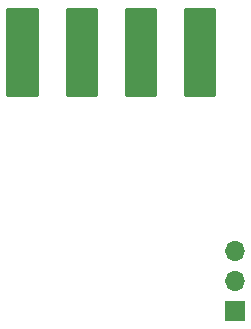
<source format=gbr>
%TF.GenerationSoftware,KiCad,Pcbnew,(5.1.12-1-10_14)*%
%TF.CreationDate,2022-02-21T12:57:33+08:00*%
%TF.ProjectId,esp32-c3_ddsu666,65737033-322d-4633-935f-646473753636,rev?*%
%TF.SameCoordinates,Original*%
%TF.FileFunction,Soldermask,Bot*%
%TF.FilePolarity,Negative*%
%FSLAX46Y46*%
G04 Gerber Fmt 4.6, Leading zero omitted, Abs format (unit mm)*
G04 Created by KiCad (PCBNEW (5.1.12-1-10_14)) date 2022-02-21 12:57:33*
%MOMM*%
%LPD*%
G01*
G04 APERTURE LIST*
%ADD10O,1.700000X1.700000*%
%ADD11R,1.700000X1.700000*%
%ADD12R,1.350000X1.350000*%
%ADD13C,0.254000*%
%ADD14C,0.100000*%
G04 APERTURE END LIST*
D10*
%TO.C,J2*%
X125550000Y-62980000D03*
X125550000Y-65520000D03*
D11*
X125550000Y-68060000D03*
%TD*%
D12*
%TO.C,J5*%
X122500000Y-49000000D03*
%TD*%
%TO.C,J4*%
X117500000Y-49000000D03*
%TD*%
%TO.C,J3*%
X112500000Y-49000000D03*
%TD*%
%TO.C,J1*%
X107500000Y-49000000D03*
%TD*%
D13*
X123750000Y-49781860D02*
X121250000Y-49776483D01*
X121250000Y-42500000D01*
X123750000Y-42500000D01*
X123750000Y-49781860D01*
D14*
G36*
X123750000Y-49781860D02*
G01*
X121250000Y-49776483D01*
X121250000Y-42500000D01*
X123750000Y-42500000D01*
X123750000Y-49781860D01*
G37*
D13*
X118750000Y-49771107D02*
X116250000Y-49765731D01*
X116250000Y-42500000D01*
X118750000Y-42500000D01*
X118750000Y-49771107D01*
D14*
G36*
X118750000Y-49771107D02*
G01*
X116250000Y-49765731D01*
X116250000Y-42500000D01*
X118750000Y-42500000D01*
X118750000Y-49771107D01*
G37*
D13*
X113750000Y-49760354D02*
X111250000Y-49754978D01*
X111250000Y-42500000D01*
X113750000Y-42500000D01*
X113750000Y-49760354D01*
D14*
G36*
X113750000Y-49760354D02*
G01*
X111250000Y-49754978D01*
X111250000Y-42500000D01*
X113750000Y-42500000D01*
X113750000Y-49760354D01*
G37*
D13*
X108750000Y-49749602D02*
X106250000Y-49744226D01*
X106250000Y-42500000D01*
X108750000Y-42500000D01*
X108750000Y-49749602D01*
D14*
G36*
X108750000Y-49749602D02*
G01*
X106250000Y-49744226D01*
X106250000Y-42500000D01*
X108750000Y-42500000D01*
X108750000Y-49749602D01*
G37*
M02*

</source>
